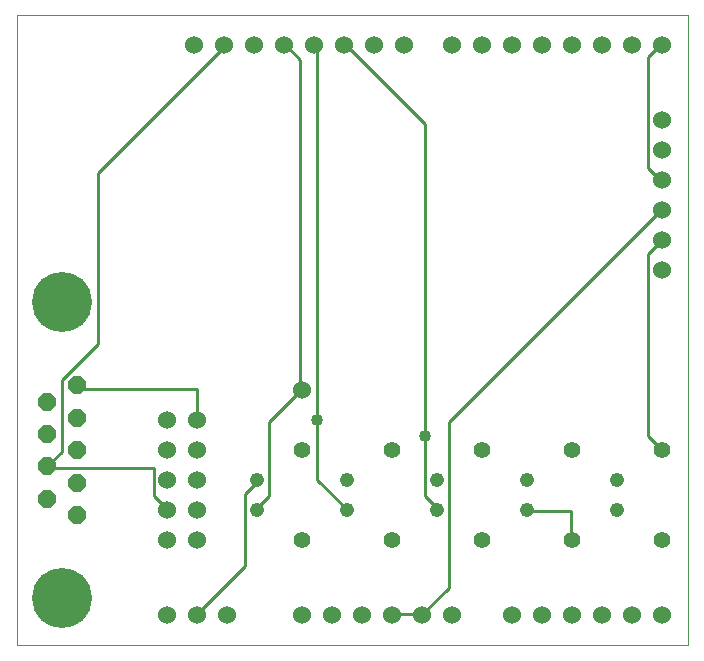
<source format=gtl>
G75*
G70*
%OFA0B0*%
%FSLAX24Y24*%
%IPPOS*%
%LPD*%
%AMOC8*
5,1,8,0,0,1.08239X$1,22.5*
%
%ADD10C,0.0000*%
%ADD11OC8,0.0600*%
%ADD12C,0.2000*%
%ADD13C,0.0600*%
%ADD14C,0.0476*%
%ADD15C,0.0554*%
%ADD16C,0.0100*%
%ADD17C,0.0400*%
D10*
X005705Y000837D02*
X005705Y021833D01*
X028075Y021833D01*
X028075Y000837D01*
X005705Y000837D01*
D11*
X007705Y005177D03*
X006705Y005717D03*
X007705Y006257D03*
X006705Y006797D03*
X007705Y007337D03*
X006705Y007877D03*
X007705Y008417D03*
X006705Y008957D03*
X007705Y009497D03*
D12*
X007205Y012267D03*
X007205Y002407D03*
D13*
X010705Y001837D03*
X011705Y001837D03*
X012705Y001837D03*
X015205Y001837D03*
X016205Y001837D03*
X017205Y001837D03*
X018205Y001837D03*
X019205Y001837D03*
X020205Y001837D03*
X022205Y001837D03*
X023205Y001837D03*
X024205Y001837D03*
X025205Y001837D03*
X026205Y001837D03*
X027205Y001837D03*
X015205Y009337D03*
X011705Y008337D03*
X010705Y008337D03*
X010705Y007337D03*
X011705Y007337D03*
X011705Y006337D03*
X010705Y006337D03*
X010705Y005337D03*
X011705Y005337D03*
X011705Y004337D03*
X010705Y004337D03*
X027205Y013337D03*
X027205Y014337D03*
X027205Y015337D03*
X027205Y016337D03*
X027205Y017337D03*
X027205Y018337D03*
X027205Y020837D03*
X026205Y020837D03*
X025205Y020837D03*
X024205Y020837D03*
X023205Y020837D03*
X022205Y020837D03*
X021205Y020837D03*
X020205Y020837D03*
X018605Y020837D03*
X017605Y020837D03*
X016605Y020837D03*
X015605Y020837D03*
X014605Y020837D03*
X013605Y020837D03*
X012605Y020837D03*
X011605Y020837D03*
D14*
X013705Y006337D03*
X013705Y005337D03*
X016705Y005337D03*
X016705Y006337D03*
X019705Y006337D03*
X019705Y005337D03*
X022705Y005337D03*
X022705Y006337D03*
X025705Y006337D03*
X025705Y005337D03*
D15*
X027205Y004337D03*
X024205Y004337D03*
X021205Y004337D03*
X018205Y004337D03*
X015205Y004337D03*
X015205Y007337D03*
X018205Y007337D03*
X021205Y007337D03*
X024205Y007337D03*
X027205Y007337D03*
D16*
X026745Y007797D01*
X026745Y013877D01*
X027205Y014337D01*
X027145Y015317D02*
X027205Y015337D01*
X027145Y015317D02*
X020105Y008277D01*
X020105Y002757D01*
X019225Y001877D01*
X019205Y001837D01*
X019145Y001877D01*
X018265Y001877D01*
X018205Y001837D01*
X019705Y005337D02*
X019705Y005397D01*
X019305Y005797D01*
X019305Y007797D01*
X019305Y018197D01*
X016665Y020837D01*
X016605Y020837D01*
X015705Y020757D02*
X015625Y020837D01*
X015605Y020837D01*
X015705Y020757D02*
X015705Y008357D01*
X015705Y006357D01*
X016665Y005397D01*
X016705Y005337D01*
X014105Y005797D02*
X013705Y005397D01*
X013705Y005337D01*
X014105Y005797D02*
X014105Y008277D01*
X015145Y009317D01*
X015205Y009337D01*
X015145Y009397D01*
X015145Y020357D01*
X014665Y020837D01*
X014605Y020837D01*
X012605Y020787D02*
X012605Y020837D01*
X012585Y020837D01*
X012605Y020787D02*
X008405Y016587D01*
X008405Y010887D01*
X007205Y009687D01*
X007205Y007287D01*
X006755Y006837D01*
X006705Y006797D01*
X006745Y006757D01*
X010265Y006757D01*
X010265Y005797D01*
X010665Y005397D01*
X010705Y005337D01*
X013305Y005877D02*
X013305Y003477D01*
X011705Y001877D01*
X011705Y001837D01*
X013305Y005877D02*
X013705Y006277D01*
X013705Y006337D01*
X011705Y008337D02*
X011705Y009387D01*
X007805Y009387D01*
X007705Y009497D01*
X022705Y005337D02*
X022745Y005317D01*
X024185Y005317D01*
X024185Y004357D01*
X024205Y004337D01*
X027205Y016337D02*
X027145Y016357D01*
X026745Y016757D01*
X026745Y020437D01*
X027145Y020837D01*
X027205Y020837D01*
D17*
X015705Y008357D03*
X019305Y007797D03*
M02*

</source>
